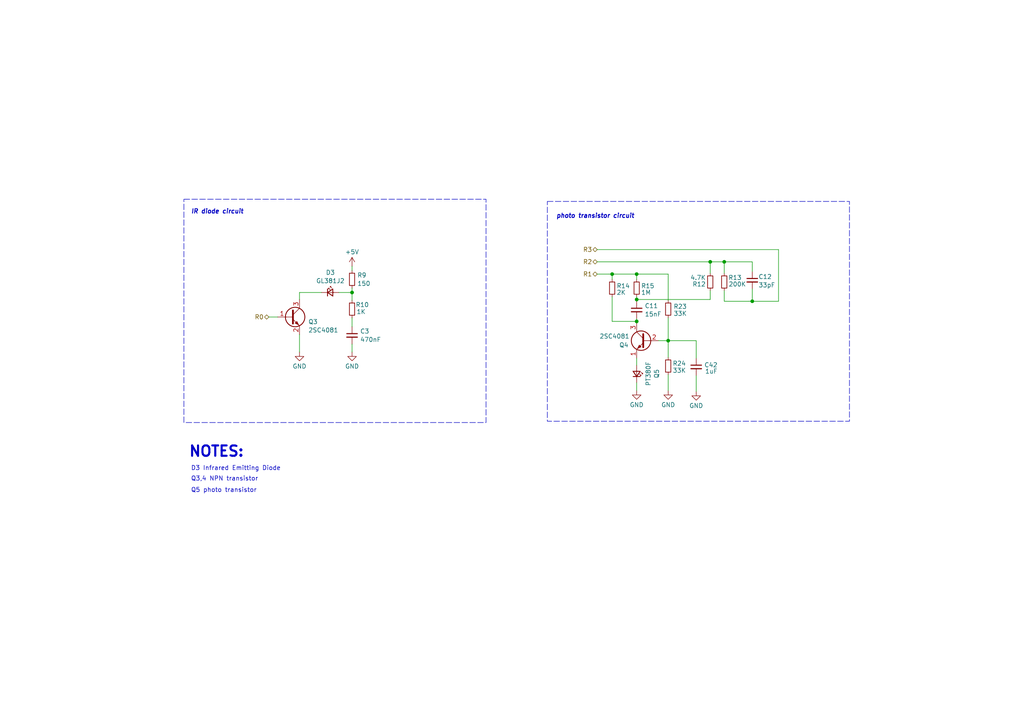
<source format=kicad_sch>
(kicad_sch (version 20231120) (generator "eeschema") (generator_version "8.0")
  (paper "A4")
  (title_block (title "CGB Reverse Engineer") (company "NatalieTheNerd.com"))
  (lib_symbols
    (symbol "2N2219_1" (pin_names (offset 0) hide)
      (property "Reference" "Q3" (at 3.81 -0.1158 0))
      (property "Value" "2SC4081" (at 3.81 -2.54 0))
      (symbol "2N2219_1_0_1"
        (polyline (pts (xy -2.54 1.27) (xy -0.5615 1.2699)))
        (polyline (pts (xy -0.635 1.905) (xy 1.27 3.81)))
        (polyline (pts (xy -0.635 0.635) (xy 1.27 -1.27) (xy 1.27 -1.27)))
        (polyline (pts (xy -0.635 3.175) (xy -0.635 -0.635) (xy -0.635 -0.635)) (stroke (width 0.508)))
        (polyline (pts (xy 0 -0.508) (xy 0.508 0) (xy 1.016 -1.016) (xy 0 -0.508) (xy 0 -0.508)) (fill (type outline)))
        (circle (center 0 1.27) (radius 2.8194) (stroke (width 0.254)))
      )
      (symbol "2N2219_1_1_1"
        (pin passive line (at -5.08 1.27 0) (length 2.54) (name "E") (number "1"))
        (pin passive line (at 1.27 -3.81 90) (length 2.54) (name "B") (number "2"))
        (pin passive line (at 1.27 6.35 270) (length 2.54) (name "C") (number "3"))
      )
    )
    (symbol "Device:C_Small" (pin_numbers hide) (pin_names (offset 0.254) hide)
      (property "Reference" "C" (at 0.254 1.778 0))
      (property "Value" "C_Small" (at 0.254 -2.032 0))
      (symbol "C_Small_0_1"
        (polyline (pts (xy -1.524 -0.508) (xy 1.524 -0.508)) (stroke (width 0.3302)))
        (polyline (pts (xy -1.524 0.508) (xy 1.524 0.508)) (stroke (width 0.3048)))
      )
      (symbol "C_Small_1_1"
        (pin passive line (at 0 2.54 270) (length 2.032) (name "~") (number "1"))
        (pin passive line (at 0 -2.54 90) (length 2.032) (name "~") (number "2"))
      )
    )
    (symbol "Device:LED_Small" (pin_numbers hide) (pin_names (offset 0.254) hide)
      (property "Reference" "D" (at -1.27 3.175 0))
      (property "Value" "LED_Small" (at -4.445 -2.54 0))
      (symbol "LED_Small_0_1"
        (polyline (pts (xy -0.762 -1.016) (xy -0.762 1.016)) (stroke (width 0.254)))
        (polyline (pts (xy 1.016 0) (xy -0.762 0)))
        (polyline (pts (xy 0.762 -1.016) (xy -0.762 0) (xy 0.762 1.016) (xy 0.762 -1.016)) (stroke (width 0.254)))
        (polyline (pts (xy 0 0.762) (xy -0.508 1.27) (xy -0.254 1.27) (xy -0.508 1.27) (xy -0.508 1.016)))
        (polyline (pts (xy 0.508 1.27) (xy 0 1.778) (xy 0.254 1.778) (xy 0 1.778) (xy 0 1.524)))
      )
      (symbol "LED_Small_1_1"
        (pin passive line (at -2.54 0 0) (length 1.778) (name "K") (number "1"))
        (pin passive line (at 2.54 0 180) (length 1.778) (name "A") (number "2"))
      )
    )
    (symbol "Device:R_Small" (pin_numbers hide) (pin_names (offset 0.254) hide)
      (property "Reference" "R" (at 0.762 0.508 0))
      (property "Value" "R_Small" (at 0.762 -1.016 0))
      (symbol "R_Small_0_1"
        (rectangle (start -0.762 1.778) (end 0.762 -1.778) (stroke (width 0.2032)))
      )
      (symbol "R_Small_1_1"
        (pin passive line (at 0 2.54 270) (length 0.762) (name "~") (number "1"))
        (pin passive line (at 0 -2.54 90) (length 0.762) (name "~") (number "2"))
      )
    )
    (symbol "Transistor_BJT:2N2219" (pin_names (offset 0) hide)
      (property "Reference" "Q4" (at -6.35 1.27 0))
      (property "Value" "2SC4081" (at -12.065 -1.27 0))
      (symbol "2N2219_0_1"
        (polyline (pts (xy 0.635 -0.635) (xy -1.27 -2.54)))
        (polyline (pts (xy 2.54 0) (xy 0.7345 0.0051)))
        (polyline (pts (xy 0.635 -1.905) (xy 0.635 1.905) (xy 0.635 1.905)) (stroke (width 0.508)))
        (polyline (pts (xy 0.635 0.635) (xy -1.27 2.54) (xy -1.27 2.54)))
        (polyline (pts (xy 0 1.778) (xy -0.508 1.27) (xy -1.016 2.286) (xy 0 1.778) (xy 0 1.778)) (fill (type outline)))
        (circle (center 0 0) (radius 2.8194) (stroke (width 0.254)))
      )
      (symbol "2N2219_1_1"
        (pin passive line (at -1.27 5.08 270) (length 2.54) (name "E") (number "1"))
        (pin passive line (at 5.08 0 180) (length 2.54) (name "B") (number "2"))
        (pin passive line (at -1.27 -5.08 90) (length 2.54) (name "C") (number "3"))
      )
    )
    (symbol "power:+5V" (power) (pin_names (offset 0))
      (property "Value" "+5V" (at 0 3.556 0))
      (symbol "+5V_0_1"
        (polyline (pts (xy -0.762 1.27) (xy 0 2.54)))
        (polyline (pts (xy 0 0) (xy 0 2.54)))
        (polyline (pts (xy 0 2.54) (xy 0.762 1.27)))
      )
      (symbol "+5V_1_1"
        (pin power_in line (at 0 0 90) (length 0) hide (name "+5V") (number "1"))
      )
    )
    (symbol "power:GND" (power) (pin_names (offset 0))
      (property "Value" "GND" (at 0 -3.81 0))
      (symbol "GND_0_1"
        (polyline (pts (xy 0 0) (xy 0 -1.27) (xy 1.27 -1.27) (xy 0 -2.54) (xy -1.27 -1.27) (xy 0 -1.27)))
      )
      (symbol "GND_1_1"
        (pin power_in line (at 0 0 270) (length 0) hide (name "GND") (number "1"))
      )
    )
  )
  (junction (at 184.658 93.218))
  (junction (at 102.108 84.836))
  (junction (at 184.658 79.502))
  (junction (at 210.058 75.946))
  (junction (at 193.802 98.806))
  (junction (at 218.186 87.376))
  (junction (at 177.546 79.502))
  (junction (at 184.658 86.868))
  (junction (at 205.994 75.946))
  (wire (pts (xy 177.546 93.218) (xy 184.658 93.218)))
  (wire (pts (xy 177.546 81.026) (xy 177.546 79.502)))
  (wire (pts (xy 177.546 86.106) (xy 177.546 93.218)))
  (wire (pts (xy 86.868 102.108) (xy 86.868 97.028)))
  (wire (pts (xy 102.108 102.108) (xy 102.108 99.822)))
  (wire (pts (xy 193.802 92.202) (xy 193.802 98.806)))
  (wire (pts (xy 210.058 87.376) (xy 218.186 87.376)))
  (wire (pts (xy 193.802 113.284) (xy 193.802 108.712)))
  (wire (pts (xy 210.058 84.328) (xy 210.058 87.376)))
  (wire (pts (xy 177.546 79.502) (xy 173.228 79.502)))
  (wire (pts (xy 193.802 98.806) (xy 201.93 98.806)))
  (wire (pts (xy 184.658 86.868) (xy 205.994 86.868)))
  (wire (pts (xy 98.298 84.836) (xy 102.108 84.836)))
  (wire (pts (xy 201.93 113.538) (xy 201.93 108.966)))
  (wire (pts (xy 102.108 83.566) (xy 102.108 84.836)))
  (wire (pts (xy 102.108 84.836) (xy 102.108 87.122)))
  (wire (pts (xy 184.658 93.726) (xy 184.658 93.218)))
  (wire (pts (xy 86.868 84.836) (xy 86.868 86.868)))
  (wire (pts (xy 184.658 79.502) (xy 184.658 81.026)))
  (wire (pts (xy 210.058 75.946) (xy 210.058 79.248)))
  (wire (pts (xy 205.994 75.946) (xy 205.994 79.248)))
  (wire (pts (xy 184.658 86.868) (xy 184.658 87.376)))
  (wire (pts (xy 102.108 94.742) (xy 102.108 92.202)))
  (wire (pts (xy 225.806 72.39) (xy 173.228 72.39)))
  (wire (pts (xy 184.658 93.218) (xy 184.658 92.456)))
  (wire (pts (xy 218.186 83.82) (xy 218.186 87.376)))
  (wire (pts (xy 77.978 91.948) (xy 80.518 91.948)))
  (wire (pts (xy 210.058 75.946) (xy 218.186 75.946)))
  (wire (pts (xy 177.546 79.502) (xy 184.658 79.502)))
  (wire (pts (xy 205.994 75.946) (xy 210.058 75.946)))
  (wire (pts (xy 184.658 86.106) (xy 184.658 86.868)))
  (wire (pts (xy 93.218 84.836) (xy 86.868 84.836)))
  (wire (pts (xy 218.186 87.376) (xy 225.806 87.376)))
  (wire (pts (xy 102.108 77.216) (xy 102.108 78.486)))
  (wire (pts (xy 193.802 98.806) (xy 191.008 98.806)))
  (wire (pts (xy 184.658 105.918) (xy 184.658 103.886)))
  (wire (pts (xy 193.802 79.502) (xy 184.658 79.502)))
  (wire (pts (xy 193.802 103.632) (xy 193.802 98.806)))
  (wire (pts (xy 225.806 87.376) (xy 225.806 72.39)))
  (wire (pts (xy 205.994 86.868) (xy 205.994 84.328)))
  (wire (pts (xy 193.802 79.502) (xy 193.802 87.122)))
  (wire (pts (xy 173.228 75.946) (xy 205.994 75.946)))
  (wire (pts (xy 218.186 75.946) (xy 218.186 78.74)))
  (wire (pts (xy 201.93 98.806) (xy 201.93 103.886)))
  (wire (pts (xy 184.658 113.284) (xy 184.658 110.998)))
  (rectangle (start 53.34 57.785) (end 140.97 122.555) (stroke (width 0) (type dash)))
  (rectangle (start 158.75 58.42) (end 246.38 122.174) (stroke (width 0) (type dash)))
  (text "D3 Infrared Emitting Diode" (at 55.372 136.652 0) (effects (font (size 1.27 1.27)) (justify left bottom)))
  (text "IR diode circuit" (at 55.372 62.23 0) (effects (font (size 1.27 1.27) (bold yes) (italic yes)) (justify left bottom)))
  (text "photo transistor circuit" (at 161.29 63.5 0) (effects (font (size 1.27 1.27) (thickness 0.254) (bold yes) (italic yes)) (justify left bottom)))
  (text "NOTES:" (at 54.61 132.842 0) (effects (font (size 3 3) (thickness 0.6) (bold yes)) (justify left bottom)))
  (text "Q5 photo transistor" (at 55.372 143.002 0) (effects (font (size 1.27 1.27)) (justify left bottom)))
  (text "Q3,4 NPN transistor" (at 55.372 139.7 0) (effects (font (size 1.27 1.27)) (justify left bottom)))
  (hierarchical_label "R3" (shape bidirectional) (at 173.228 72.39 180))
  (hierarchical_label "R2" (shape bidirectional) (at 173.228 75.946 180))
  (hierarchical_label "R0" (shape bidirectional) (at 77.978 91.948 180))
  (hierarchical_label "R1" (shape bidirectional) (at 173.228 79.502 180))
  (symbol (lib_id "Device:C_Small") (at 218.186 81.28 0) (mirror y) (unit 1)
    (property "Reference" "C12" (at 219.964 80.264 0) (effects (justify right)))
    (property "Value" "33pF" (at 219.964 82.6882 0) (effects (justify right)))
    (property "Footprint" "Capacitor_SMD:C_0603_1608Metric" (effects (hide yes)))
  )
  (symbol (lib_id "power:GND") (at 102.108 102.108 0) (unit 1)
    (property "Reference" "#PWR019" (effects (hide yes)))
    (property "Value" "GND" (at 102.108 106.2411 0))
  )
  (symbol (lib_id "Device:R_Small") (at 102.108 81.026 180) (unit 1)
    (property "Reference" "R9" (at 103.6066 79.8139 0) (effects (justify right)))
    (property "Value" "150" (at 103.6066 82.2381 0) (effects (justify right)))
    (property "Footprint" "Resistor_SMD:R_0603_1608Metric" (effects (hide yes)))
  )
  (symbol (lib_id "power:GND") (at 193.802 113.284 0) (unit 1)
    (property "Reference" "#PWR021" (effects (hide yes)))
    (property "Value" "GND" (at 193.802 117.4171 0))
  )
  (symbol (lib_id "power:GND") (at 184.658 113.284 0) (unit 1)
    (property "Reference" "#PWR020" (effects (hide yes)))
    (property "Value" "GND" (at 184.658 117.4171 0))
  )
  (symbol (lib_id "Device:R_Small") (at 102.108 89.662 180) (unit 1)
    (property "Reference" "R10" (at 103.124 88.392 0) (effects (justify right)))
    (property "Value" "1K" (at 103.378 90.424 0) (effects (justify right)))
    (property "Footprint" "Resistor_SMD:R_0603_1608Metric" (effects (hide yes)))
  )
  (symbol (lib_id "Device:R_Small") (at 184.658 83.566 180) (unit 1)
    (property "Reference" "R15" (at 185.928 82.931 0) (effects (justify right)))
    (property "Value" "1M" (at 185.928 84.836 0) (effects (justify right)))
    (property "Footprint" "Resistor_SMD:R_0603_1608Metric" (effects (hide yes)))
  )
  (symbol (lib_id "Transistor_BJT:2N2219") (at 185.928 98.806 0) (mirror x) (unit 1)
    (property "Reference" "Q4" (at 179.578 100.076 0) (effects (justify left)))
    (property "Value" "2SC4081" (at 173.863 97.536 0) (effects (justify left)))
    (property "Footprint" "Package_TO_SOT_SMD:SOT-323_SC-70" (effects (hide yes)))
    (property "Datasheet" "http://www.onsemi.com/pub_link/Collateral/2N2219-D.PDF" (effects (hide yes)))
  )
  (symbol (lib_id "Device:LED_Small") (at 184.658 108.458 270) (mirror x) (unit 1)
    (property "Reference" "Q5" (at 190.4533 108.3945 0))
    (property "Value" "PT380F" (at 188.0291 108.3945 0))
  )
  (symbol (lib_id "Device:C_Small") (at 184.658 89.916 0) (unit 1)
    (property "Reference" "C11" (at 186.9821 88.7102 0) (effects (justify left)))
    (property "Value" "15nF" (at 186.9821 91.1344 0) (effects (justify left)))
    (property "Footprint" "Capacitor_SMD:C_0603_1608Metric" (effects (hide yes)))
  )
  (symbol (lib_id "power:+5V") (at 102.108 77.216 0) (unit 1)
    (property "Reference" "#PWR018" (effects (hide yes)))
    (property "Value" "+5V" (at 102.108 73.0829 0))
  )
  (symbol (lib_id "Device:R_Small") (at 193.802 89.662 180) (unit 1)
    (property "Reference" "R23" (at 195.326 88.9 0) (effects (justify right)))
    (property "Value" "33K" (at 195.326 90.932 0) (effects (justify right)))
    (property "Footprint" "Resistor_SMD:R_0603_1608Metric" (effects (hide yes)))
  )
  (symbol (lib_id "power:GND") (at 86.868 102.108 0) (unit 1)
    (property "Reference" "#PWR017" (effects (hide yes)))
    (property "Value" "GND" (at 86.868 106.2411 0))
  )
  (symbol (lib_id "Device:LED_Small") (at 95.758 84.836 0) (unit 1)
    (property "Reference" "D3" (at 95.8215 79.0407 0))
    (property "Value" "GL381J2" (at 95.8215 81.4649 0))
  )
  (symbol (lib_id "Device:C_Small") (at 102.108 97.282 0) (unit 1)
    (property "Reference" "C3" (at 104.4321 96.0762 0) (effects (justify left)))
    (property "Value" "470nF" (at 104.4321 98.5004 0) (effects (justify left)))
    (property "Footprint" "Capacitor_SMD:C_0603_1608Metric" (effects (hide yes)))
  )
  (symbol (lib_name "2N2219_1") (lib_id "Transistor_BJT:2N2219") (at 85.598 93.218 0) (unit 1)
    (property "Reference" "Q3" (at 89.408 93.3338 0) (effects (justify left)))
    (property "Value" "2SC4081" (at 89.408 95.758 0) (effects (justify left)))
    (property "Footprint" "Package_TO_SOT_SMD:SOT-323_SC-70" (effects (hide yes)))
    (property "Datasheet" "http://www.onsemi.com/pub_link/Collateral/2N2219-D.PDF" (effects (hide yes)))
  )
  (symbol (lib_id "Device:R_Small") (at 177.546 83.566 180) (unit 1)
    (property "Reference" "R14" (at 178.816 82.931 0) (effects (justify right)))
    (property "Value" "2K" (at 178.816 84.836 0) (effects (justify right)))
    (property "Footprint" "Resistor_SMD:R_0603_1608Metric" (effects (hide yes)))
  )
  (symbol (lib_id "Device:C_Small") (at 201.93 106.426 0) (mirror y) (unit 1)
    (property "Reference" "C42" (at 204.2541 105.8552 0) (effects (justify right)))
    (property "Value" "1uF" (at 204.47 107.696 0) (effects (justify right)))
    (property "Footprint" "Capacitor_SMD:C_0603_1608Metric" (effects (hide yes)))
  )
  (symbol (lib_id "Device:R_Small") (at 205.994 81.788 0) (unit 1)
    (property "Reference" "R12" (at 204.724 82.423 0) (effects (justify right)))
    (property "Value" "4.7K" (at 204.724 80.518 0) (effects (justify right)))
    (property "Footprint" "Resistor_SMD:R_0603_1608Metric" (effects (hide yes)))
  )
  (symbol (lib_id "power:GND") (at 201.93 113.538 0) (unit 1)
    (property "Reference" "#PWR022" (effects (hide yes)))
    (property "Value" "GND" (at 201.93 117.6711 0))
  )
  (symbol (lib_id "Device:R_Small") (at 210.058 81.788 0) (unit 1)
    (property "Reference" "R13" (at 215.138 80.518 0) (effects (justify right)))
    (property "Value" "200K" (at 216.408 82.423 0) (effects (justify right)))
    (property "Footprint" "Resistor_SMD:R_0603_1608Metric" (effects (hide yes)))
  )
  (symbol (lib_id "Device:R_Small") (at 193.802 106.172 180) (unit 1)
    (property "Reference" "R24" (at 195.072 105.41 0) (effects (justify right)))
    (property "Value" "33K" (at 195.072 107.442 0) (effects (justify right)))
    (property "Footprint" "Resistor_SMD:R_0603_1608Metric" (effects (hide yes)))
  )
)
</source>
